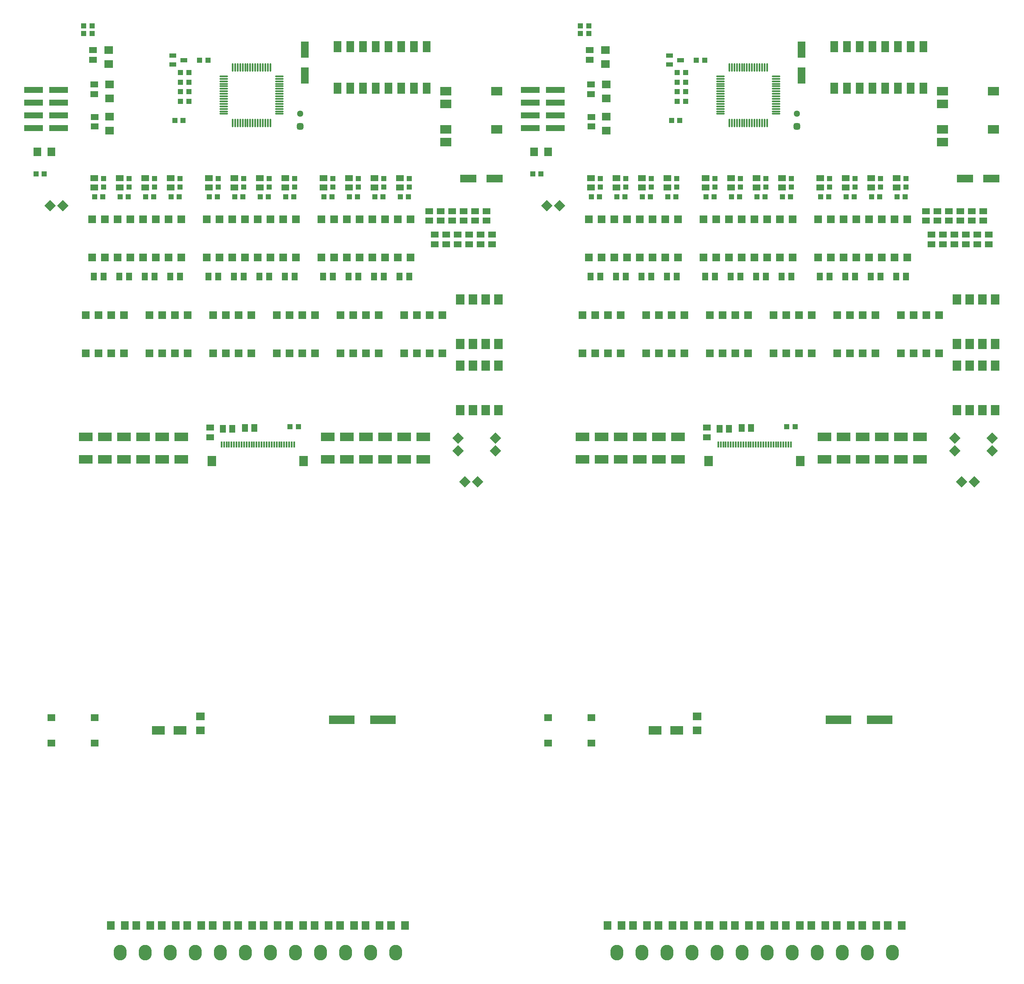
<source format=gtp>
%FSLAX25Y25*%
%MOIN*%
G70*
G01*
G75*
G04 Layer_Color=8421504*
%ADD10C,0.05000*%
%ADD11R,0.06000X0.05500*%
%ADD12R,0.20000X0.07000*%
%ADD13R,0.10000X0.07000*%
%ADD14R,0.07087X0.06299*%
%ADD15R,0.14500X0.05000*%
%ADD16O,0.07087X0.01181*%
%ADD17O,0.01181X0.07087*%
%ADD18R,0.07087X0.08661*%
%ADD19R,0.01181X0.05118*%
%ADD20R,0.05906X0.05118*%
%ADD21R,0.10630X0.07087*%
%ADD22R,0.05118X0.05906*%
%ADD23R,0.06000X0.08500*%
%ADD24R,0.04331X0.03937*%
%ADD25R,0.03937X0.04331*%
%ADD26R,0.06299X0.07087*%
%ADD27R,0.05600X0.03600*%
%ADD28R,0.06000X0.12500*%
%ADD29R,0.12500X0.06000*%
%ADD30R,0.07000X0.08000*%
%ADD31R,0.09000X0.06500*%
%ADD32C,0.10000*%
%ADD33C,0.05000*%
%ADD34C,0.13000*%
%ADD35C,0.08000*%
%ADD36C,0.01000*%
%ADD37C,0.01200*%
%ADD38C,0.02500*%
%ADD39C,0.02000*%
%ADD40C,0.00800*%
%ADD41C,0.12500*%
G04:AMPARAMS|DCode=42|XSize=55mil|YSize=55mil|CornerRadius=13.75mil|HoleSize=0mil|Usage=FLASHONLY|Rotation=180.000|XOffset=0mil|YOffset=0mil|HoleType=Round|Shape=RoundedRectangle|*
%AMROUNDEDRECTD42*
21,1,0.05500,0.02750,0,0,180.0*
21,1,0.02750,0.05500,0,0,180.0*
1,1,0.02750,-0.01375,0.01375*
1,1,0.02750,0.01375,0.01375*
1,1,0.02750,0.01375,-0.01375*
1,1,0.02750,-0.01375,-0.01375*
%
%ADD42ROUNDEDRECTD42*%
%ADD43C,0.05500*%
G04:AMPARAMS|DCode=44|XSize=50mil|YSize=50mil|CornerRadius=12.5mil|HoleSize=0mil|Usage=FLASHONLY|Rotation=180.000|XOffset=0mil|YOffset=0mil|HoleType=Round|Shape=RoundedRectangle|*
%AMROUNDEDRECTD44*
21,1,0.05000,0.02500,0,0,180.0*
21,1,0.02500,0.05000,0,0,180.0*
1,1,0.02500,-0.01250,0.01250*
1,1,0.02500,0.01250,0.01250*
1,1,0.02500,0.01250,-0.01250*
1,1,0.02500,-0.01250,-0.01250*
%
%ADD44ROUNDEDRECTD44*%
G04:AMPARAMS|DCode=45|XSize=60mil|YSize=60mil|CornerRadius=15mil|HoleSize=0mil|Usage=FLASHONLY|Rotation=90.000|XOffset=0mil|YOffset=0mil|HoleType=Round|Shape=RoundedRectangle|*
%AMROUNDEDRECTD45*
21,1,0.06000,0.03000,0,0,90.0*
21,1,0.03000,0.06000,0,0,90.0*
1,1,0.03000,0.01500,0.01500*
1,1,0.03000,0.01500,-0.01500*
1,1,0.03000,-0.01500,-0.01500*
1,1,0.03000,-0.01500,0.01500*
%
%ADD45ROUNDEDRECTD45*%
%ADD46C,0.06000*%
%ADD47C,0.07500*%
%ADD48C,0.06200*%
%ADD49R,0.06200X0.06200*%
%ADD50C,0.10000*%
%ADD51C,0.23400*%
%ADD52O,0.10000X0.12000*%
%ADD53O,0.06000X0.06400*%
%ADD54R,0.06000X0.06400*%
%ADD55R,0.06200X0.06200*%
%ADD56C,0.08000*%
%ADD57C,0.03000*%
%ADD58R,0.25590X0.23622*%
%ADD59R,0.11800X0.06300*%
%ADD60R,0.02500X0.06000*%
%ADD61R,0.06000X0.02500*%
%ADD62R,0.09000X0.10000*%
%ADD63C,0.03000*%
%ADD64C,0.00984*%
%ADD65C,0.02362*%
%ADD66C,0.01600*%
%ADD67C,0.00787*%
%ADD68C,0.00699*%
%ADD69C,0.01500*%
%ADD70C,0.00500*%
%ADD71R,0.19000X0.55500*%
G04:AMPARAMS|DCode=72|XSize=51.06mil|YSize=51.06mil|CornerRadius=12.77mil|HoleSize=0mil|Usage=FLASHONLY|Rotation=0.000|XOffset=0mil|YOffset=0mil|HoleType=Round|Shape=RoundedRectangle|*
%AMROUNDEDRECTD72*
21,1,0.05106,0.02553,0,0,0.0*
21,1,0.02553,0.05106,0,0,0.0*
1,1,0.02553,0.01277,-0.01277*
1,1,0.02553,-0.01277,-0.01277*
1,1,0.02553,-0.01277,0.01277*
1,1,0.02553,0.01277,0.01277*
%
%ADD72ROUNDEDRECTD72*%
%ADD73C,0.05106*%
%ADD74P,0.09051X4X270.0*%
%ADD75R,0.06000X0.06000*%
%ADD76O,0.10200X0.12200*%
%ADD77P,0.09051X4X360.0*%
%ADD78R,0.06890X0.08465*%
G54D11*
X83000Y253100D02*
D03*
Y273100D02*
D03*
X117000Y253100D02*
D03*
Y273100D02*
D03*
X473000Y253100D02*
D03*
Y273100D02*
D03*
X507000Y253100D02*
D03*
Y273100D02*
D03*
G54D12*
X310750Y271400D02*
D03*
X343250D02*
D03*
X700750D02*
D03*
X733250D02*
D03*
G54D13*
X184000Y263300D02*
D03*
X167000D02*
D03*
X574000D02*
D03*
X557000D02*
D03*
G54D14*
X199800Y274300D02*
D03*
Y263300D02*
D03*
X128000Y798000D02*
D03*
Y787000D02*
D03*
X128500Y771000D02*
D03*
Y760000D02*
D03*
Y745500D02*
D03*
Y734500D02*
D03*
X589800Y274300D02*
D03*
Y263300D02*
D03*
X518000Y798000D02*
D03*
Y787000D02*
D03*
X518500Y771000D02*
D03*
Y760000D02*
D03*
Y745500D02*
D03*
Y734500D02*
D03*
G54D15*
X68950Y746400D02*
D03*
Y736400D02*
D03*
Y766400D02*
D03*
Y756400D02*
D03*
X88450Y746400D02*
D03*
Y736400D02*
D03*
Y766400D02*
D03*
Y756400D02*
D03*
X458950Y746400D02*
D03*
Y736400D02*
D03*
Y766400D02*
D03*
Y756400D02*
D03*
X478450Y746400D02*
D03*
Y736400D02*
D03*
Y766400D02*
D03*
Y756400D02*
D03*
G54D16*
X218150Y777264D02*
D03*
Y775295D02*
D03*
Y773327D02*
D03*
Y771358D02*
D03*
Y769390D02*
D03*
Y767421D02*
D03*
Y765453D02*
D03*
Y763484D02*
D03*
Y761516D02*
D03*
Y759547D02*
D03*
Y757579D02*
D03*
Y755610D02*
D03*
Y753642D02*
D03*
Y751673D02*
D03*
Y749705D02*
D03*
Y747736D02*
D03*
X261850D02*
D03*
Y749705D02*
D03*
Y751673D02*
D03*
Y753642D02*
D03*
Y755610D02*
D03*
Y757579D02*
D03*
Y759547D02*
D03*
Y761516D02*
D03*
Y763484D02*
D03*
Y765453D02*
D03*
Y767421D02*
D03*
Y769390D02*
D03*
Y771358D02*
D03*
Y773327D02*
D03*
Y775295D02*
D03*
Y777264D02*
D03*
X608150D02*
D03*
Y775295D02*
D03*
Y773327D02*
D03*
Y771358D02*
D03*
Y769390D02*
D03*
Y767421D02*
D03*
Y765453D02*
D03*
Y763484D02*
D03*
Y761516D02*
D03*
Y759547D02*
D03*
Y757579D02*
D03*
Y755610D02*
D03*
Y753642D02*
D03*
Y751673D02*
D03*
Y749705D02*
D03*
Y747736D02*
D03*
X651850D02*
D03*
Y749705D02*
D03*
Y751673D02*
D03*
Y753642D02*
D03*
Y755610D02*
D03*
Y757579D02*
D03*
Y759547D02*
D03*
Y761516D02*
D03*
Y763484D02*
D03*
Y765453D02*
D03*
Y767421D02*
D03*
Y769390D02*
D03*
Y771358D02*
D03*
Y773327D02*
D03*
Y775295D02*
D03*
Y777264D02*
D03*
G54D17*
X225236Y740650D02*
D03*
X227205D02*
D03*
X229173D02*
D03*
X231142D02*
D03*
X233110D02*
D03*
X235079D02*
D03*
X237047D02*
D03*
X239016D02*
D03*
X240984D02*
D03*
X242953D02*
D03*
X244921D02*
D03*
X246890D02*
D03*
X248858D02*
D03*
X250827D02*
D03*
X252795D02*
D03*
X254764D02*
D03*
Y784350D02*
D03*
X252795D02*
D03*
X250827D02*
D03*
X248858D02*
D03*
X246890D02*
D03*
X244921D02*
D03*
X242953D02*
D03*
X240984D02*
D03*
X239016D02*
D03*
X237047D02*
D03*
X235079D02*
D03*
X233110D02*
D03*
X231142D02*
D03*
X229173D02*
D03*
X227205D02*
D03*
X225236D02*
D03*
X615236Y740650D02*
D03*
X617205D02*
D03*
X619173D02*
D03*
X621142D02*
D03*
X623110D02*
D03*
X625079D02*
D03*
X627047D02*
D03*
X629016D02*
D03*
X630984D02*
D03*
X632953D02*
D03*
X634921D02*
D03*
X636890D02*
D03*
X638858D02*
D03*
X640827D02*
D03*
X642795D02*
D03*
X644764D02*
D03*
Y784350D02*
D03*
X642795D02*
D03*
X640827D02*
D03*
X638858D02*
D03*
X636890D02*
D03*
X634921D02*
D03*
X632953D02*
D03*
X630984D02*
D03*
X629016D02*
D03*
X627047D02*
D03*
X625079D02*
D03*
X623110D02*
D03*
X621142D02*
D03*
X619173D02*
D03*
X617205D02*
D03*
X615236D02*
D03*
G54D19*
X273543Y487798D02*
D03*
X271575D02*
D03*
X269606D02*
D03*
X267638D02*
D03*
X265669D02*
D03*
X263701D02*
D03*
X261732D02*
D03*
X259764D02*
D03*
X257795D02*
D03*
X255827D02*
D03*
X253858D02*
D03*
X251890D02*
D03*
X249921D02*
D03*
X247953D02*
D03*
X245984D02*
D03*
X244016D02*
D03*
X242047D02*
D03*
X240079D02*
D03*
X238110D02*
D03*
X236142D02*
D03*
X234173D02*
D03*
X232205D02*
D03*
X230236D02*
D03*
X228268D02*
D03*
X226299D02*
D03*
X224331D02*
D03*
X222362D02*
D03*
X220394D02*
D03*
X218425D02*
D03*
X216457D02*
D03*
X663543D02*
D03*
X661575D02*
D03*
X659606D02*
D03*
X657638D02*
D03*
X655669D02*
D03*
X653701D02*
D03*
X651732D02*
D03*
X649764D02*
D03*
X647795D02*
D03*
X645827D02*
D03*
X643858D02*
D03*
X641890D02*
D03*
X639921D02*
D03*
X637953D02*
D03*
X635984D02*
D03*
X634016D02*
D03*
X632047D02*
D03*
X630079D02*
D03*
X628110D02*
D03*
X626142D02*
D03*
X624173D02*
D03*
X622205D02*
D03*
X620236D02*
D03*
X618268D02*
D03*
X616299D02*
D03*
X614331D02*
D03*
X612362D02*
D03*
X610394D02*
D03*
X608425D02*
D03*
X606457D02*
D03*
G54D20*
X379500Y663750D02*
D03*
Y671250D02*
D03*
X207500Y501050D02*
D03*
Y493550D02*
D03*
X115500Y797750D02*
D03*
Y790250D02*
D03*
X411000Y652750D02*
D03*
X397500Y671250D02*
D03*
X393000Y652750D02*
D03*
X266500Y697250D02*
D03*
Y689750D02*
D03*
X246500Y697250D02*
D03*
Y689750D02*
D03*
X226500Y697250D02*
D03*
Y689750D02*
D03*
X206500Y697250D02*
D03*
Y689750D02*
D03*
X356500Y697250D02*
D03*
Y689750D02*
D03*
X336500Y697250D02*
D03*
Y689750D02*
D03*
X316500Y697250D02*
D03*
Y689750D02*
D03*
X296500Y697250D02*
D03*
Y689750D02*
D03*
X176500Y697250D02*
D03*
Y689750D02*
D03*
X156500Y697250D02*
D03*
Y689750D02*
D03*
X136500Y697250D02*
D03*
Y689750D02*
D03*
X116500Y697250D02*
D03*
Y689750D02*
D03*
Y763250D02*
D03*
Y770750D02*
D03*
X117000Y737750D02*
D03*
Y745250D02*
D03*
X393000Y645250D02*
D03*
X397500Y663750D02*
D03*
X411000Y645250D02*
D03*
X388500Y663750D02*
D03*
Y671250D02*
D03*
X420000Y645250D02*
D03*
Y652750D02*
D03*
X384000Y645250D02*
D03*
Y652750D02*
D03*
X402000Y645250D02*
D03*
Y652750D02*
D03*
X429000Y645250D02*
D03*
Y652750D02*
D03*
X424500Y663750D02*
D03*
Y671250D02*
D03*
X406500Y663750D02*
D03*
Y671250D02*
D03*
X415500D02*
D03*
Y663750D02*
D03*
X769500D02*
D03*
Y671250D02*
D03*
X597500Y501050D02*
D03*
Y493550D02*
D03*
X505500Y797750D02*
D03*
Y790250D02*
D03*
X801000Y652750D02*
D03*
X787500Y671250D02*
D03*
X783000Y652750D02*
D03*
X656500Y697250D02*
D03*
Y689750D02*
D03*
X636500Y697250D02*
D03*
Y689750D02*
D03*
X616500Y697250D02*
D03*
Y689750D02*
D03*
X596500Y697250D02*
D03*
Y689750D02*
D03*
X746500Y697250D02*
D03*
Y689750D02*
D03*
X726500Y697250D02*
D03*
Y689750D02*
D03*
X706500Y697250D02*
D03*
Y689750D02*
D03*
X686500Y697250D02*
D03*
Y689750D02*
D03*
X566500Y697250D02*
D03*
Y689750D02*
D03*
X546500Y697250D02*
D03*
Y689750D02*
D03*
X526500Y697250D02*
D03*
Y689750D02*
D03*
X506500Y697250D02*
D03*
Y689750D02*
D03*
Y763250D02*
D03*
Y770750D02*
D03*
X507000Y737750D02*
D03*
Y745250D02*
D03*
X783000Y645250D02*
D03*
X787500Y663750D02*
D03*
X801000Y645250D02*
D03*
X778500Y663750D02*
D03*
Y671250D02*
D03*
X810000Y645250D02*
D03*
Y652750D02*
D03*
X774000Y645250D02*
D03*
Y652750D02*
D03*
X792000Y645250D02*
D03*
Y652750D02*
D03*
X819000Y645250D02*
D03*
Y652750D02*
D03*
X814500Y663750D02*
D03*
Y671250D02*
D03*
X796500Y663750D02*
D03*
Y671250D02*
D03*
X805500D02*
D03*
Y663750D02*
D03*
G54D21*
X330000Y476250D02*
D03*
Y493750D02*
D03*
X345000D02*
D03*
Y476250D02*
D03*
X360000Y493750D02*
D03*
Y476250D02*
D03*
X375000Y493750D02*
D03*
Y476250D02*
D03*
X300000D02*
D03*
Y493750D02*
D03*
X315000D02*
D03*
Y476250D02*
D03*
X110000D02*
D03*
Y493750D02*
D03*
X125000Y476250D02*
D03*
Y493750D02*
D03*
X140000Y476250D02*
D03*
Y493750D02*
D03*
X155000Y476250D02*
D03*
Y493750D02*
D03*
X170000Y476250D02*
D03*
Y493750D02*
D03*
X185000Y476250D02*
D03*
Y493750D02*
D03*
X720000Y476250D02*
D03*
Y493750D02*
D03*
X735000D02*
D03*
Y476250D02*
D03*
X750000Y493750D02*
D03*
Y476250D02*
D03*
X765000Y493750D02*
D03*
Y476250D02*
D03*
X690000D02*
D03*
Y493750D02*
D03*
X705000D02*
D03*
Y476250D02*
D03*
X500000D02*
D03*
Y493750D02*
D03*
X515000Y476250D02*
D03*
Y493750D02*
D03*
X530000Y476250D02*
D03*
Y493750D02*
D03*
X545000Y476250D02*
D03*
Y493750D02*
D03*
X560000Y476250D02*
D03*
Y493750D02*
D03*
X575000Y476250D02*
D03*
Y493750D02*
D03*
G54D22*
X242250Y501000D02*
D03*
X234750D02*
D03*
X225050Y500300D02*
D03*
X217550D02*
D03*
X116250Y620000D02*
D03*
X123750D02*
D03*
X136250D02*
D03*
X143750D02*
D03*
X156250D02*
D03*
X163750D02*
D03*
X176250D02*
D03*
X183750D02*
D03*
X296250D02*
D03*
X303750D02*
D03*
X316250D02*
D03*
X323750D02*
D03*
X336250D02*
D03*
X343750D02*
D03*
X356250D02*
D03*
X363750D02*
D03*
X213750D02*
D03*
X206250D02*
D03*
X233750D02*
D03*
X226250D02*
D03*
X253750D02*
D03*
X246250D02*
D03*
X273750D02*
D03*
X266250D02*
D03*
X632250Y501000D02*
D03*
X624750D02*
D03*
X615050Y500300D02*
D03*
X607550D02*
D03*
X506250Y620000D02*
D03*
X513750D02*
D03*
X526250D02*
D03*
X533750D02*
D03*
X546250D02*
D03*
X553750D02*
D03*
X566250D02*
D03*
X573750D02*
D03*
X686250D02*
D03*
X693750D02*
D03*
X706250D02*
D03*
X713750D02*
D03*
X726250D02*
D03*
X733750D02*
D03*
X746250D02*
D03*
X753750D02*
D03*
X603750D02*
D03*
X596250D02*
D03*
X623750D02*
D03*
X616250D02*
D03*
X643750D02*
D03*
X636250D02*
D03*
X663750D02*
D03*
X656250D02*
D03*
G54D23*
X327700Y767900D02*
D03*
X337700D02*
D03*
X327700Y800400D02*
D03*
X337700D02*
D03*
X307700Y767900D02*
D03*
Y800400D02*
D03*
X317700Y767900D02*
D03*
Y800400D02*
D03*
X357700D02*
D03*
Y767900D02*
D03*
X347700Y800400D02*
D03*
Y767900D02*
D03*
X377700Y800400D02*
D03*
X367700D02*
D03*
X377700Y767900D02*
D03*
X367700D02*
D03*
X717700D02*
D03*
X727700D02*
D03*
X717700Y800400D02*
D03*
X727700D02*
D03*
X697700Y767900D02*
D03*
Y800400D02*
D03*
X707700Y767900D02*
D03*
Y800400D02*
D03*
X747700D02*
D03*
Y767900D02*
D03*
X737700Y800400D02*
D03*
Y767900D02*
D03*
X767700Y800400D02*
D03*
X757700D02*
D03*
X767700Y767900D02*
D03*
X757700D02*
D03*
G54D24*
X190750Y772700D02*
D03*
X184250D02*
D03*
X190750Y780200D02*
D03*
X184250D02*
D03*
X114750Y817000D02*
D03*
X108250D02*
D03*
Y811000D02*
D03*
X114750D02*
D03*
X199250Y790000D02*
D03*
X77250Y700500D02*
D03*
X70750D02*
D03*
X190750Y765200D02*
D03*
X184250D02*
D03*
X190750Y757700D02*
D03*
X184250D02*
D03*
X186250Y742500D02*
D03*
X179750D02*
D03*
X183250Y682500D02*
D03*
X176750D02*
D03*
X163250D02*
D03*
X156750D02*
D03*
X143250D02*
D03*
X136750D02*
D03*
X123250D02*
D03*
X116750D02*
D03*
X363250D02*
D03*
X356750D02*
D03*
X343250D02*
D03*
X336750D02*
D03*
X323250D02*
D03*
X316750D02*
D03*
X303250D02*
D03*
X296750D02*
D03*
X273250D02*
D03*
X266750D02*
D03*
X253250D02*
D03*
X246750D02*
D03*
X233250D02*
D03*
X226750D02*
D03*
X213250D02*
D03*
X206750D02*
D03*
X270250Y502000D02*
D03*
X276750D02*
D03*
X205750Y790000D02*
D03*
X580750Y772700D02*
D03*
X574250D02*
D03*
X580750Y780200D02*
D03*
X574250D02*
D03*
X504750Y817000D02*
D03*
X498250D02*
D03*
Y811000D02*
D03*
X504750D02*
D03*
X589250Y790000D02*
D03*
X467250Y700500D02*
D03*
X460750D02*
D03*
X580750Y765200D02*
D03*
X574250D02*
D03*
X580750Y757700D02*
D03*
X574250D02*
D03*
X576250Y742500D02*
D03*
X569750D02*
D03*
X573250Y682500D02*
D03*
X566750D02*
D03*
X553250D02*
D03*
X546750D02*
D03*
X533250D02*
D03*
X526750D02*
D03*
X513250D02*
D03*
X506750D02*
D03*
X753250D02*
D03*
X746750D02*
D03*
X733250D02*
D03*
X726750D02*
D03*
X713250D02*
D03*
X706750D02*
D03*
X693250D02*
D03*
X686750D02*
D03*
X663250D02*
D03*
X656750D02*
D03*
X643250D02*
D03*
X636750D02*
D03*
X623250D02*
D03*
X616750D02*
D03*
X603250D02*
D03*
X596750D02*
D03*
X660250Y502000D02*
D03*
X666750D02*
D03*
X595750Y790000D02*
D03*
G54D25*
X274000Y690250D02*
D03*
Y696750D02*
D03*
X254000Y690250D02*
D03*
Y696750D02*
D03*
X234000Y690250D02*
D03*
Y696750D02*
D03*
X214000Y690250D02*
D03*
Y696750D02*
D03*
X364000Y690250D02*
D03*
Y696750D02*
D03*
X344000Y690250D02*
D03*
Y696750D02*
D03*
X324000Y690250D02*
D03*
Y696750D02*
D03*
X304000Y690250D02*
D03*
Y696750D02*
D03*
X184000Y690250D02*
D03*
Y696750D02*
D03*
X164000Y690250D02*
D03*
Y696750D02*
D03*
X144000Y690250D02*
D03*
Y696750D02*
D03*
X124000Y690250D02*
D03*
Y696750D02*
D03*
X664000Y690250D02*
D03*
Y696750D02*
D03*
X644000Y690250D02*
D03*
Y696750D02*
D03*
X624000Y690250D02*
D03*
Y696750D02*
D03*
X604000Y690250D02*
D03*
Y696750D02*
D03*
X754000Y690250D02*
D03*
Y696750D02*
D03*
X734000Y690250D02*
D03*
Y696750D02*
D03*
X714000Y690250D02*
D03*
Y696750D02*
D03*
X694000Y690250D02*
D03*
Y696750D02*
D03*
X574000Y690250D02*
D03*
Y696750D02*
D03*
X554000Y690250D02*
D03*
Y696750D02*
D03*
X534000Y690250D02*
D03*
Y696750D02*
D03*
X514000Y690250D02*
D03*
Y696750D02*
D03*
G54D26*
X360500Y109900D02*
D03*
X349500D02*
D03*
X340500D02*
D03*
X329500D02*
D03*
X320500D02*
D03*
X309500D02*
D03*
X300500D02*
D03*
X289500D02*
D03*
X140500D02*
D03*
X129500D02*
D03*
X160500D02*
D03*
X149500D02*
D03*
X180500D02*
D03*
X169500D02*
D03*
X200500D02*
D03*
X189500D02*
D03*
X220500D02*
D03*
X209500D02*
D03*
X240500D02*
D03*
X229500D02*
D03*
X260500D02*
D03*
X249500D02*
D03*
X280500D02*
D03*
X269500D02*
D03*
X83000Y718000D02*
D03*
X72000D02*
D03*
X750500Y109900D02*
D03*
X739500D02*
D03*
X730500D02*
D03*
X719500D02*
D03*
X710500D02*
D03*
X699500D02*
D03*
X690500D02*
D03*
X679500D02*
D03*
X530500D02*
D03*
X519500D02*
D03*
X550500D02*
D03*
X539500D02*
D03*
X570500D02*
D03*
X559500D02*
D03*
X590500D02*
D03*
X579500D02*
D03*
X610500D02*
D03*
X599500D02*
D03*
X630500D02*
D03*
X619500D02*
D03*
X650500D02*
D03*
X639500D02*
D03*
X670500D02*
D03*
X659500D02*
D03*
X473000Y718000D02*
D03*
X462000D02*
D03*
G54D27*
X178250Y786500D02*
D03*
X186750Y790000D02*
D03*
X178250Y793500D02*
D03*
X568250Y786500D02*
D03*
X576750Y790000D02*
D03*
X568250Y793500D02*
D03*
G54D28*
X282000Y777750D02*
D03*
Y798250D02*
D03*
X672000Y777750D02*
D03*
Y798250D02*
D03*
G54D29*
X430750Y697000D02*
D03*
X410250D02*
D03*
X820750D02*
D03*
X800250D02*
D03*
G54D30*
X424000Y515000D02*
D03*
X434000D02*
D03*
X404000D02*
D03*
X434000Y550000D02*
D03*
X404000D02*
D03*
X414000Y515000D02*
D03*
Y550000D02*
D03*
X424000D02*
D03*
Y567000D02*
D03*
X434000D02*
D03*
X404000D02*
D03*
X434000Y602000D02*
D03*
X404000D02*
D03*
X414000Y567000D02*
D03*
Y602000D02*
D03*
X424000D02*
D03*
X814000Y515000D02*
D03*
X824000D02*
D03*
X794000D02*
D03*
X824000Y550000D02*
D03*
X794000D02*
D03*
X804000Y515000D02*
D03*
Y550000D02*
D03*
X814000D02*
D03*
Y567000D02*
D03*
X824000D02*
D03*
X794000D02*
D03*
X824000Y602000D02*
D03*
X794000D02*
D03*
X804000Y567000D02*
D03*
Y602000D02*
D03*
X814000D02*
D03*
G54D31*
X392500Y765500D02*
D03*
Y755500D02*
D03*
Y735500D02*
D03*
Y725500D02*
D03*
X432500Y765500D02*
D03*
Y735500D02*
D03*
X782500Y765500D02*
D03*
Y755500D02*
D03*
Y735500D02*
D03*
Y725500D02*
D03*
X822500Y765500D02*
D03*
Y735500D02*
D03*
G54D72*
X278300Y737800D02*
D03*
X668300D02*
D03*
G54D73*
X278300Y747800D02*
D03*
X668300D02*
D03*
G54D74*
X407700Y458700D02*
D03*
X417700D02*
D03*
X92000Y675500D02*
D03*
X82000D02*
D03*
X797700Y458700D02*
D03*
X807700D02*
D03*
X482000Y675500D02*
D03*
X472000D02*
D03*
G54D75*
X190000Y589500D02*
D03*
X180000D02*
D03*
X170000D02*
D03*
X160000D02*
D03*
Y559500D02*
D03*
X170000D02*
D03*
X180000D02*
D03*
X190000D02*
D03*
X390000Y589500D02*
D03*
X380000D02*
D03*
X370000D02*
D03*
X360000D02*
D03*
Y559500D02*
D03*
X370000D02*
D03*
X380000D02*
D03*
X390000D02*
D03*
X340000Y589500D02*
D03*
X330000D02*
D03*
X320000D02*
D03*
X310000D02*
D03*
Y559500D02*
D03*
X320000D02*
D03*
X330000D02*
D03*
X340000D02*
D03*
X290000Y589500D02*
D03*
X280000D02*
D03*
X270000D02*
D03*
X260000D02*
D03*
Y559500D02*
D03*
X270000D02*
D03*
X280000D02*
D03*
X290000D02*
D03*
X240000Y589500D02*
D03*
X230000D02*
D03*
X220000D02*
D03*
X210000D02*
D03*
Y559500D02*
D03*
X220000D02*
D03*
X230000D02*
D03*
X240000D02*
D03*
X335000Y665000D02*
D03*
X345000D02*
D03*
X355000D02*
D03*
X365000D02*
D03*
X295000D02*
D03*
X305000D02*
D03*
X315000D02*
D03*
X325000D02*
D03*
X335000Y635000D02*
D03*
X345000D02*
D03*
X355000D02*
D03*
X365000D02*
D03*
X325000D02*
D03*
X315000D02*
D03*
X305000D02*
D03*
X295000D02*
D03*
X245000Y665000D02*
D03*
X255000D02*
D03*
X265000D02*
D03*
X275000D02*
D03*
X205000D02*
D03*
X215000D02*
D03*
X225000D02*
D03*
X235000D02*
D03*
X245000Y635000D02*
D03*
X255000D02*
D03*
X265000D02*
D03*
X275000D02*
D03*
X235000D02*
D03*
X225000D02*
D03*
X215000D02*
D03*
X205000D02*
D03*
X155000Y665000D02*
D03*
X165000D02*
D03*
X175000D02*
D03*
X185000D02*
D03*
X115000D02*
D03*
X125000D02*
D03*
X135000D02*
D03*
X145000D02*
D03*
X155000Y635000D02*
D03*
X165000D02*
D03*
X175000D02*
D03*
X185000D02*
D03*
X145000D02*
D03*
X135000D02*
D03*
X125000D02*
D03*
X115000D02*
D03*
X140000Y589500D02*
D03*
X130000D02*
D03*
X120000D02*
D03*
X110000D02*
D03*
Y559500D02*
D03*
X120000D02*
D03*
X130000D02*
D03*
X140000D02*
D03*
X580000Y589500D02*
D03*
X570000D02*
D03*
X560000D02*
D03*
X550000D02*
D03*
Y559500D02*
D03*
X560000D02*
D03*
X570000D02*
D03*
X580000D02*
D03*
X780000Y589500D02*
D03*
X770000D02*
D03*
X760000D02*
D03*
X750000D02*
D03*
Y559500D02*
D03*
X760000D02*
D03*
X770000D02*
D03*
X780000D02*
D03*
X730000Y589500D02*
D03*
X720000D02*
D03*
X710000D02*
D03*
X700000D02*
D03*
Y559500D02*
D03*
X710000D02*
D03*
X720000D02*
D03*
X730000D02*
D03*
X680000Y589500D02*
D03*
X670000D02*
D03*
X660000D02*
D03*
X650000D02*
D03*
Y559500D02*
D03*
X660000D02*
D03*
X670000D02*
D03*
X680000D02*
D03*
X630000Y589500D02*
D03*
X620000D02*
D03*
X610000D02*
D03*
X600000D02*
D03*
Y559500D02*
D03*
X610000D02*
D03*
X620000D02*
D03*
X630000D02*
D03*
X725000Y665000D02*
D03*
X735000D02*
D03*
X745000D02*
D03*
X755000D02*
D03*
X685000D02*
D03*
X695000D02*
D03*
X705000D02*
D03*
X715000D02*
D03*
X725000Y635000D02*
D03*
X735000D02*
D03*
X745000D02*
D03*
X755000D02*
D03*
X715000D02*
D03*
X705000D02*
D03*
X695000D02*
D03*
X685000D02*
D03*
X635000Y665000D02*
D03*
X645000D02*
D03*
X655000D02*
D03*
X665000D02*
D03*
X595000D02*
D03*
X605000D02*
D03*
X615000D02*
D03*
X625000D02*
D03*
X635000Y635000D02*
D03*
X645000D02*
D03*
X655000D02*
D03*
X665000D02*
D03*
X625000D02*
D03*
X615000D02*
D03*
X605000D02*
D03*
X595000D02*
D03*
X545000Y665000D02*
D03*
X555000D02*
D03*
X565000D02*
D03*
X575000D02*
D03*
X505000D02*
D03*
X515000D02*
D03*
X525000D02*
D03*
X535000D02*
D03*
X545000Y635000D02*
D03*
X555000D02*
D03*
X565000D02*
D03*
X575000D02*
D03*
X535000D02*
D03*
X525000D02*
D03*
X515000D02*
D03*
X505000D02*
D03*
X530000Y589500D02*
D03*
X520000D02*
D03*
X510000D02*
D03*
X500000D02*
D03*
Y559500D02*
D03*
X510000D02*
D03*
X520000D02*
D03*
X530000D02*
D03*
G54D76*
X254843Y88400D02*
D03*
X235158D02*
D03*
X215473D02*
D03*
X274528D02*
D03*
X176102D02*
D03*
X156417D02*
D03*
X136732D02*
D03*
X195788D02*
D03*
X353268D02*
D03*
X294213D02*
D03*
X313898D02*
D03*
X333583D02*
D03*
X644843D02*
D03*
X625158D02*
D03*
X605473D02*
D03*
X664528D02*
D03*
X566103D02*
D03*
X546417D02*
D03*
X526732D02*
D03*
X585787D02*
D03*
X743268D02*
D03*
X684213D02*
D03*
X703898D02*
D03*
X723583D02*
D03*
G54D77*
X402200Y483000D02*
D03*
Y493000D02*
D03*
X431400D02*
D03*
Y483000D02*
D03*
X792200D02*
D03*
Y493000D02*
D03*
X821400D02*
D03*
Y483000D02*
D03*
G54D78*
X208976Y475002D02*
D03*
X281024D02*
D03*
X598976D02*
D03*
X671024D02*
D03*
M02*

</source>
